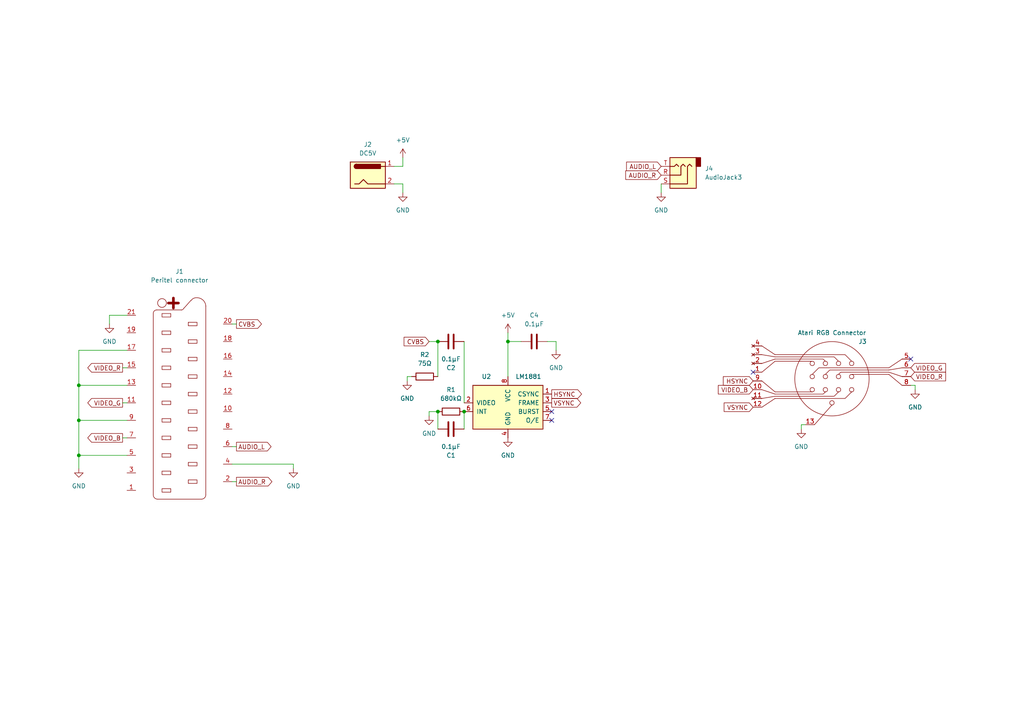
<source format=kicad_sch>
(kicad_sch (version 20230121) (generator eeschema)
  (paper "A4")
  (lib_symbols
    (symbol "Connector:Barrel_Jack" (pin_names (offset 1.016))
      (property "Reference" "J" (at 0 5.334 0))
      (property "Value" "Barrel_Jack" (at 0 -5.08 0))
      (symbol "Barrel_Jack_0_1"
        (rectangle (start -5.08 3.81) (end 5.08 -3.81) (stroke (width 0.254)) (fill (type background)))
        (arc (start -3.302 3.175) (mid -3.9343 2.54) (end -3.302 1.905) (stroke (width 0.254)))
        (arc (start -3.302 3.175) (mid -3.9343 2.54) (end -3.302 1.905) (stroke (width 0.254)) (fill (type outline)))
        (polyline (pts (xy 5.08 2.54) (xy 3.81 2.54)) (stroke (width 0.254)))
        (polyline (pts (xy -3.81 -2.54) (xy -2.54 -2.54) (xy -1.27 -1.27) (xy 0 -2.54) (xy 2.54 -2.54) (xy 5.08 -2.54)) (stroke (width 0.254)))
        (rectangle (start 3.683 3.175) (end -3.302 1.905) (stroke (width 0.254)) (fill (type outline)))
      )
      (symbol "Barrel_Jack_1_1"
        (pin passive line (at 7.62 2.54 180) (length 2.54) (name "~") (number "1"))
        (pin passive line (at 7.62 -2.54 180) (length 2.54) (name "~") (number "2"))
      )
    )
    (symbol "Connector:SCART-F" (pin_names (offset 0.762) hide)
      (property "Reference" "J" (at 0 31.75 0))
      (property "Value" "SCART-F" (at 1.016 -29.21 0))
      (symbol "SCART-F_0_1"
        (arc (start -7.62 -26.67) (mid -7.248 -27.568) (end -6.35 -27.94))
        (arc (start -6.604 26.9494) (mid -7.3224 26.6518) (end -7.62 25.9334))
        (rectangle (start -5.08 -24.892) (end -2.54 -25.908))
        (rectangle (start -5.08 -19.812) (end -2.54 -20.828))
        (rectangle (start -5.08 -14.732) (end -2.54 -15.748))
        (rectangle (start -5.08 -9.652) (end -2.54 -10.668))
        (rectangle (start -5.08 -4.572) (end -2.54 -5.588))
        (rectangle (start -5.08 0.508) (end -2.54 -0.508))
        (rectangle (start -5.08 5.588) (end -2.54 4.572))
        (rectangle (start -5.08 10.668) (end -2.54 9.652))
        (rectangle (start -5.08 15.748) (end -2.54 14.732))
        (rectangle (start -5.08 20.828) (end -2.54 19.812))
        (rectangle (start -5.08 25.908) (end -2.54 24.892))
        (circle (center -5.08 28.956) (radius 1.27))
        (polyline (pts (xy -7.62 22.86) (xy -7.62 -26.67)))
        (polyline (pts (xy -7.62 22.86) (xy -7.62 24.13)))
        (polyline (pts (xy -7.62 24.6634) (xy -7.62 24.13)))
        (polyline (pts (xy -7.62 24.6634) (xy -7.62 25.9334)))
        (polyline (pts (xy -6.604 26.9494) (xy 0.508 26.9494)))
        (polyline (pts (xy -6.35 -27.94) (xy 6.35 -27.94)))
        (polyline (pts (xy 3.302 29.718) (xy 1.27 27.432)))
        (polyline (pts (xy 4.826 30.48) (xy 5.08 30.48)))
        (polyline (pts (xy 7.62 -26.67) (xy 7.62 28.2194)))
        (arc (start 0.508 26.924) (mid 0.9569 27.0702) (end 1.2192 27.4574))
        (rectangle (start 2.54 -22.352) (end 5.08 -23.368))
        (rectangle (start 2.54 -17.272) (end 5.08 -18.288))
        (rectangle (start 2.54 -12.192) (end 5.08 -13.208))
        (rectangle (start 2.54 -7.112) (end 5.08 -8.128))
        (rectangle (start 2.54 -2.032) (end 5.08 -3.048))
        (rectangle (start 2.54 3.048) (end 5.08 2.032))
        (rectangle (start 2.54 8.128) (end 5.08 7.112))
        (rectangle (start 2.54 13.208) (end 5.08 12.192))
        (rectangle (start 2.54 18.288) (end 5.08 17.272))
        (rectangle (start 2.54 23.368) (end 5.08 22.352))
        (arc (start 4.826 30.48) (mid 3.999 30.2726) (end 3.3782 29.6926))
        (arc (start 6.35 -27.94) (mid 7.248 -27.568) (end 7.62 -26.67))
        (arc (start 7.62 27.94) (mid 6.8761 29.7361) (end 5.08 30.48))
        (text "+" (at -1.778 29.21 0) (effects (font (size 3.81 3.81) bold)))
      )
      (symbol "SCART-F_1_1"
        (pin passive line (at -15.24 -25.4 0) (length 2.54) (name "P1") (number "1"))
        (pin passive line (at 15.24 -2.54 180) (length 2.54) (name "P10") (number "10"))
        (pin passive line (at -15.24 0 0) (length 2.54) (name "P11") (number "11"))
        (pin passive line (at 15.24 2.54 180) (length 2.54) (name "P12") (number "12"))
        (pin passive line (at -15.24 5.08 0) (length 2.54) (name "P13") (number "13"))
        (pin passive line (at 15.24 7.62 180) (length 2.54) (name "P14") (number "14"))
        (pin passive line (at -15.24 10.16 0) (length 2.54) (name "P15") (number "15"))
        (pin passive line (at 15.24 12.7 180) (length 2.54) (name "P16") (number "16"))
        (pin passive line (at -15.24 15.24 0) (length 2.54) (name "P17") (number "17"))
        (pin passive line (at 15.24 17.78 180) (length 2.54) (name "P18") (number "18"))
        (pin passive line (at -15.24 20.32 0) (length 2.54) (name "P19") (number "19"))
        (pin passive line (at 15.24 -22.86 180) (length 2.54) (name "P2") (number "2"))
        (pin passive line (at 15.24 22.86 180) (length 2.54) (name "P20") (number "20"))
        (pin passive line (at -15.24 25.4 0) (length 2.54) (name "P21") (number "21"))
        (pin passive line (at -15.24 -20.32 0) (length 2.54) (name "P3") (number "3"))
        (pin passive line (at 15.24 -17.78 180) (length 2.54) (name "P4") (number "4"))
        (pin passive line (at -15.24 -15.24 0) (length 2.54) (name "P5") (number "5"))
        (pin passive line (at 15.24 -12.7 180) (length 2.54) (name "P6") (number "6"))
        (pin passive line (at -15.24 -10.16 0) (length 2.54) (name "P7") (number "7"))
        (pin passive line (at 15.24 -7.62 180) (length 2.54) (name "P8") (number "8"))
        (pin passive line (at -15.24 -5.08 0) (length 2.54) (name "P9") (number "9"))
      )
    )
    (symbol "Connector_Audio:AudioJack3"
      (property "Reference" "J" (at 0 8.89 0))
      (property "Value" "AudioJack3" (at 0 6.35 0))
      (symbol "AudioJack3_0_1"
        (rectangle (start -5.08 -5.08) (end -6.35 -2.54) (stroke (width 0.254)) (fill (type outline)))
        (polyline (pts (xy 0 -2.54) (xy 0.635 -3.175) (xy 1.27 -2.54) (xy 2.54 -2.54)) (stroke (width 0.254)))
        (polyline (pts (xy -1.905 -2.54) (xy -1.27 -3.175) (xy -0.635 -2.54) (xy -0.635 0) (xy 2.54 0)) (stroke (width 0.254)))
        (polyline (pts (xy 2.54 2.54) (xy -2.54 2.54) (xy -2.54 -2.54) (xy -3.175 -3.175) (xy -3.81 -2.54)) (stroke (width 0.254)))
        (rectangle (start 2.54 3.81) (end -5.08 -5.08) (stroke (width 0.254)) (fill (type background)))
      )
      (symbol "AudioJack3_1_1"
        (pin passive line (at 5.08 0 180) (length 2.54) (name "~") (number "R"))
        (pin passive line (at 5.08 2.54 180) (length 2.54) (name "~") (number "S"))
        (pin passive line (at 5.08 -2.54 180) (length 2.54) (name "~") (number "T"))
      )
    )
    (symbol "Device:C" (pin_numbers hide) (pin_names (offset 0.254))
      (property "Reference" "C" (at 0.635 2.54 0))
      (property "Value" "C" (at 0.635 -2.54 0))
      (symbol "C_0_1"
        (polyline (pts (xy -2.032 -0.762) (xy 2.032 -0.762)) (stroke (width 0.508)))
        (polyline (pts (xy -2.032 0.762) (xy 2.032 0.762)) (stroke (width 0.508)))
      )
      (symbol "C_1_1"
        (pin passive line (at 0 3.81 270) (length 2.794) (name "~") (number "1"))
        (pin passive line (at 0 -3.81 90) (length 2.794) (name "~") (number "2"))
      )
    )
    (symbol "Device:R" (pin_numbers hide) (pin_names (offset 0))
      (property "Reference" "R" (at 2.032 0 90))
      (property "Value" "R" (at 0 0 90))
      (symbol "R_0_1"
        (rectangle (start -1.016 -2.54) (end 1.016 2.54) (stroke (width 0.254)))
      )
      (symbol "R_1_1"
        (pin passive line (at 0 3.81 270) (length 1.27) (name "~") (number "1"))
        (pin passive line (at 0 -3.81 90) (length 1.27) (name "~") (number "2"))
      )
    )
    (symbol "Video:LM1881" (pin_names (offset 1.016))
      (property "Reference" "U" (at -8.89 8.89 0))
      (property "Value" "LM1881" (at 6.35 8.89 0))
      (symbol "LM1881_0_1"
        (rectangle (start -10.16 7.62) (end 10.16 -5.08) (stroke (width 0.254)) (fill (type background)))
      )
      (symbol "LM1881_1_1"
        (pin output line (at 12.7 5.08 180) (length 2.54) (name "CSYNC") (number "1"))
        (pin input line (at -12.7 2.54 0) (length 2.54) (name "VIDEO") (number "2"))
        (pin output line (at 12.7 2.54 180) (length 2.54) (name "FRAME") (number "3"))
        (pin power_in line (at 0 -7.62 90) (length 2.54) (name "GND") (number "4"))
        (pin output line (at 12.7 0 180) (length 2.54) (name "BURST") (number "5"))
        (pin input line (at -12.7 0 0) (length 2.54) (name "INT") (number "6"))
        (pin output line (at 12.7 -2.54 180) (length 2.54) (name "O/E") (number "7"))
        (pin power_in line (at 0 10.16 270) (length 2.54) (name "VCC") (number "8"))
      )
    )
    (symbol "power:+5V" (power) (pin_names (offset 0))
      (property "Value" "+5V" (at 0 3.556 0))
      (symbol "+5V_0_1"
        (polyline (pts (xy -0.762 1.27) (xy 0 2.54)))
        (polyline (pts (xy 0 0) (xy 0 2.54)))
        (polyline (pts (xy 0 2.54) (xy 0.762 1.27)))
      )
      (symbol "+5V_1_1"
        (pin power_in line (at 0 0 90) (length 0) hide (name "+5V") (number "1"))
      )
    )
    (symbol "power:GND" (power) (pin_names (offset 0))
      (property "Value" "GND" (at 0 -3.81 0))
      (symbol "GND_0_1"
        (polyline (pts (xy 0 0) (xy 0 -1.27) (xy 1.27 -1.27) (xy 0 -2.54) (xy -1.27 -1.27) (xy 0 -1.27)))
      )
      (symbol "GND_1_1"
        (pin power_in line (at 0 0 270) (length 0) hide (name "GND") (number "1"))
      )
    )
    (symbol "sc1224-scart:DIN-13"
      (property "Reference" "U" (at 0 -14.605 0))
      (property "Value" "DIN-13" (at 0 -12.7 0))
      (symbol "DIN-13_0_1"
        (circle (center -5.715 -5.08) (radius 0.635))
        (circle (center -5.715 -1.27) (radius 0.635))
        (circle (center -5.715 2.54) (radius 0.635))
        (circle (center -1.905 -5.08) (radius 0.635))
        (circle (center -1.905 -1.27) (radius 0.635))
        (circle (center -1.905 2.54) (radius 0.635))
        (circle (center 0 -0.635) (radius 10.7763))
        (polyline (pts (xy -20.32 -3.81) (xy -16.51 -3.175)))
        (polyline (pts (xy -20.32 -1.27) (xy -16.51 -2.54)))
        (polyline (pts (xy -20.32 1.27) (xy -16.51 -1.905)))
        (polyline (pts (xy -16.51 -3.81) (xy -20.32 -6.35)))
        (polyline (pts (xy -5.715 -1.905) (xy -16.51 -1.905)))
        (polyline (pts (xy 5.08 12.7) (xy 0 6.985)))
        (polyline (pts (xy 5.715 -5.715) (xy 16.51 -5.715)))
        (polyline (pts (xy 5.715 3.175) (xy 16.51 3.175)))
        (polyline (pts (xy 16.51 -7.62) (xy 20.32 -10.16)))
        (polyline (pts (xy 16.51 5.08) (xy 20.32 7.62)))
        (polyline (pts (xy 20.32 -7.62) (xy 16.51 -6.985)))
        (polyline (pts (xy 20.32 -5.08) (xy 16.51 -6.35)))
        (polyline (pts (xy 20.32 -2.54) (xy 16.51 -5.715)))
        (polyline (pts (xy 20.32 0) (xy 16.51 3.175)))
        (polyline (pts (xy 20.32 2.54) (xy 16.51 3.81)))
        (polyline (pts (xy 20.32 5.08) (xy 16.51 4.445)))
        (polyline (pts (xy -5.715 -5.715) (xy -3.81 -7.62) (xy 16.51 -7.62)))
        (polyline (pts (xy -5.715 3.175) (xy -3.81 5.08) (xy 16.51 5.08)))
        (polyline (pts (xy -1.905 -5.715) (xy -0.635 -6.985) (xy 16.51 -6.985)))
        (polyline (pts (xy -1.905 -1.905) (xy -2.54 -2.54) (xy -16.51 -2.54)))
        (polyline (pts (xy -1.905 3.175) (xy -0.635 4.445) (xy 16.51 4.445)))
        (polyline (pts (xy 1.905 -5.715) (xy 2.54 -6.35) (xy 16.51 -6.35)))
        (polyline (pts (xy 1.905 -1.905) (xy 0.635 -3.175) (xy -16.51 -3.175)))
        (polyline (pts (xy 1.905 3.175) (xy 2.54 3.81) (xy 16.51 3.81)))
        (polyline (pts (xy 5.715 -1.905) (xy 3.81 -3.81) (xy -16.51 -3.81)))
        (circle (center 0 6.35) (radius 0.635))
        (circle (center 1.905 -5.08) (radius 0.635))
        (circle (center 1.905 -1.27) (radius 0.635))
        (circle (center 1.905 2.54) (radius 0.635))
        (circle (center 5.715 -5.08) (radius 0.635))
        (circle (center 5.715 -1.27) (radius 0.635))
        (circle (center 5.715 2.54) (radius 0.635))
      )
      (symbol "DIN-13_1_1"
        (pin input line (at 22.86 -2.54 180) (length 2.54) (name "") (number "1"))
        (pin input line (at 22.86 2.54 180) (length 2.54) (name "") (number "10"))
        (pin no_connect line (at 22.86 5.08 180) (length 2.54) (name "") (number "11"))
        (pin input line (at 22.86 7.62 180) (length 2.54) (name "") (number "12"))
        (pin power_in line (at 7.62 12.7 180) (length 2.54) (name "") (number "13"))
        (pin no_connect line (at 22.86 -5.08 180) (length 2.54) (name "") (number "2"))
        (pin no_connect line (at 22.86 -7.62 180) (length 2.54) (name "") (number "3"))
        (pin no_connect line (at 22.86 -10.16 180) (length 2.54) (name "") (number "4"))
        (pin power_in line (at -22.86 -6.35 0) (length 2.54) (name "") (number "5"))
        (pin input line (at -22.86 -3.81 0) (length 2.54) (name "") (number "6"))
        (pin input line (at -22.86 -1.27 0) (length 2.54) (name "") (number "7"))
        (pin power_in line (at -22.86 1.27 0) (length 2.54) (name "") (number "8"))
        (pin input line (at 22.86 0 180) (length 2.54) (name "") (number "9"))
      )
    )
  )
  (junction (at 134.62 119.38))
  (junction (at 127 99.06))
  (junction (at 22.86 121.92))
  (junction (at 22.86 111.76))
  (junction (at 22.86 132.08))
  (junction (at 147.32 99.06))
  (junction (at 127 119.38))
  (no_connect (at 218.44 107.95))
  (no_connect (at 160.02 121.92))
  (no_connect (at 264.16 104.14))
  (no_connect (at 160.02 119.38))
  (wire (pts (xy 31.75 93.98) (xy 31.75 91.44)))
  (wire (pts (xy 114.3 53.34) (xy 116.84 53.34)))
  (wire (pts (xy 22.86 111.76) (xy 22.86 121.92)))
  (wire (pts (xy 22.86 121.92) (xy 36.83 121.92)))
  (wire (pts (xy 124.46 119.38) (xy 127 119.38)))
  (wire (pts (xy 147.32 99.06) (xy 147.32 109.22)))
  (wire (pts (xy 232.41 124.46) (xy 232.41 123.19)))
  (wire (pts (xy 85.09 134.62) (xy 67.31 134.62)))
  (wire (pts (xy 161.29 99.06) (xy 161.29 101.6)))
  (wire (pts (xy 68.58 129.54) (xy 67.31 129.54)))
  (wire (pts (xy 151.13 99.06) (xy 147.32 99.06)))
  (wire (pts (xy 22.86 132.08) (xy 22.86 135.89)))
  (wire (pts (xy 147.32 96.52) (xy 147.32 99.06)))
  (wire (pts (xy 35.56 127) (xy 36.83 127)))
  (wire (pts (xy 68.58 139.7) (xy 67.31 139.7)))
  (wire (pts (xy 31.75 91.44) (xy 36.83 91.44)))
  (wire (pts (xy 265.43 111.76) (xy 264.16 111.76)))
  (wire (pts (xy 134.62 99.06) (xy 134.62 116.84)))
  (wire (pts (xy 22.86 121.92) (xy 22.86 132.08)))
  (wire (pts (xy 35.56 116.84) (xy 36.83 116.84)))
  (wire (pts (xy 134.62 119.38) (xy 134.62 124.46)))
  (wire (pts (xy 124.46 99.06) (xy 127 99.06)))
  (wire (pts (xy 127 119.38) (xy 127 124.46)))
  (wire (pts (xy 265.43 111.76) (xy 265.43 113.03)))
  (wire (pts (xy 116.84 48.26) (xy 116.84 45.72)))
  (wire (pts (xy 118.11 110.49) (xy 118.11 109.22)))
  (wire (pts (xy 68.58 93.98) (xy 67.31 93.98)))
  (wire (pts (xy 22.86 132.08) (xy 36.83 132.08)))
  (wire (pts (xy 22.86 111.76) (xy 36.83 111.76)))
  (wire (pts (xy 22.86 101.6) (xy 36.83 101.6)))
  (wire (pts (xy 191.77 55.88) (xy 191.77 53.34)))
  (wire (pts (xy 232.41 123.19) (xy 233.68 123.19)))
  (wire (pts (xy 124.46 120.65) (xy 124.46 119.38)))
  (wire (pts (xy 35.56 106.68) (xy 36.83 106.68)))
  (wire (pts (xy 85.09 135.89) (xy 85.09 134.62)))
  (wire (pts (xy 116.84 53.34) (xy 116.84 55.88)))
  (wire (pts (xy 127 99.06) (xy 127 109.22)))
  (wire (pts (xy 118.11 109.22) (xy 119.38 109.22)))
  (wire (pts (xy 161.29 99.06) (xy 158.75 99.06)))
  (wire (pts (xy 22.86 101.6) (xy 22.86 111.76)))
  (wire (pts (xy 114.3 48.26) (xy 116.84 48.26)))
  (global_label "VIDEO_R" (shape output) (at 35.56 106.68 180) (property "Intersheetrefs" "${INTERSHEET_REFS}" (effects hide)))
  (global_label "CVBS" (shape input) (at 124.46 99.06 180) (property "Intersheetrefs" "${INTERSHEET_REFS}" (effects hide)))
  (global_label "CVBS" (shape output) (at 68.58 93.98 0) (property "Intersheetrefs" "${INTERSHEET_REFS}" (effects hide)))
  (global_label "VIDEO_G" (shape output) (at 35.56 116.84 180) (property "Intersheetrefs" "${INTERSHEET_REFS}" (effects hide)))
  (global_label "VIDEO_G" (shape input) (at 264.16 106.68 0) (property "Intersheetrefs" "${INTERSHEET_REFS}" (effects hide)))
  (global_label "HSYNC" (shape output) (at 160.02 114.3 0) (property "Intersheetrefs" "${INTERSHEET_REFS}" (effects hide)))
  (global_label "AUDIO_R" (shape input) (at 191.77 50.8 180) (property "Intersheetrefs" "${INTERSHEET_REFS}" (effects hide)))
  (global_label "VSYNC" (shape input) (at 218.44 118.11 180) (property "Intersheetrefs" "${INTERSHEET_REFS}" (effects hide)))
  (global_label "AUDIO_R" (shape output) (at 68.58 139.7 0) (property "Intersheetrefs" "${INTERSHEET_REFS}" (effects hide)))
  (global_label "VIDEO_B" (shape input) (at 218.44 113.03 180) (property "Intersheetrefs" "${INTERSHEET_REFS}" (effects hide)))
  (global_label "AUDIO_L" (shape input) (at 191.77 48.26 180) (property "Intersheetrefs" "${INTERSHEET_REFS}" (effects hide)))
  (global_label "VIDEO_R" (shape input) (at 264.16 109.22 0) (property "Intersheetrefs" "${INTERSHEET_REFS}" (effects hide)))
  (global_label "VSYNC" (shape output) (at 160.02 116.84 0) (property "Intersheetrefs" "${INTERSHEET_REFS}" (effects hide)))
  (global_label "VIDEO_B" (shape output) (at 35.56 127 180) (property "Intersheetrefs" "${INTERSHEET_REFS}" (effects hide)))
  (global_label "AUDIO_L" (shape output) (at 68.58 129.54 0) (property "Intersheetrefs" "${INTERSHEET_REFS}" (effects hide)))
  (global_label "HSYNC" (shape input) (at 218.44 110.49 180) (property "Intersheetrefs" "${INTERSHEET_REFS}" (effects hide)))
  (symbol (lib_id "Device:C") (at 130.81 99.06 90) (unit 1)
    (property "Reference" "C2" (at 130.81 106.68 90))
    (property "Value" "0.1µF" (at 130.81 104.14 90))
    (property "Footprint" "Capacitor_THT:C_Disc_D3.0mm_W1.6mm_P2.50mm" (effects hide))
  )
  (symbol (lib_id "Device:C") (at 130.81 124.46 90) (unit 1)
    (property "Reference" "C1" (at 130.81 132.08 90))
    (property "Value" "0.1µF" (at 130.81 129.54 90))
    (property "Footprint" "Capacitor_THT:C_Disc_D3.0mm_W1.6mm_P2.50mm" (effects hide))
  )
  (symbol (lib_id "power:GND") (at 85.09 135.89 0) (unit 1)
    (property "Reference" "#PWR013" (effects hide))
    (property "Value" "GND" (at 85.09 140.97 0))
  )
  (symbol (lib_id "Device:R") (at 130.81 119.38 90) (unit 1)
    (property "Reference" "R1" (at 130.81 113.03 90))
    (property "Value" "680kΩ" (at 130.81 115.57 90))
    (property "Footprint" "Resistor_THT:R_Axial_DIN0204_L3.6mm_D1.6mm_P5.08mm_Horizontal" (effects hide))
  )
  (symbol (lib_id "power:GND") (at 31.75 93.98 0) (unit 1)
    (property "Reference" "#PWR014" (effects hide))
    (property "Value" "GND" (at 31.75 99.06 0))
  )
  (symbol (lib_id "power:GND") (at 116.84 55.88 0) (unit 1)
    (property "Reference" "#PWR015" (effects hide))
    (property "Value" "GND" (at 116.84 60.96 0))
  )
  (symbol (lib_id "Device:R") (at 123.19 109.22 90) (unit 1)
    (property "Reference" "R2" (at 123.19 102.87 90))
    (property "Value" "75Ω" (at 123.19 105.41 90))
    (property "Footprint" "Resistor_THT:R_Axial_DIN0204_L3.6mm_D1.6mm_P5.08mm_Horizontal" (effects hide))
  )
  (symbol (lib_id "Device:C") (at 154.94 99.06 90) (unit 1)
    (property "Reference" "C4" (at 154.94 91.44 90))
    (property "Value" "0.1µF" (at 154.94 93.98 90))
    (property "Footprint" "Capacitor_THT:C_Disc_D3.0mm_W1.6mm_P2.50mm" (effects hide))
  )
  (symbol (lib_id "Connector:Barrel_Jack") (at 106.68 50.8 0) (unit 1)
    (property "Reference" "J2" (at 106.68 41.91 0))
    (property "Value" "DC5V" (at 106.68 44.45 0))
    (property "Footprint" "Connector_BarrelJack:BarrelJack_Wuerth_6941xx301002" (effects hide))
  )
  (symbol (lib_id "power:GND") (at 147.32 127 0) (unit 1)
    (property "Reference" "#PWR09" (effects hide))
    (property "Value" "GND" (at 147.32 132.08 0))
  )
  (symbol (lib_id "Connector_Audio:AudioJack3") (at 196.85 50.8 180) (unit 1)
    (property "Reference" "J4" (at 204.47 48.895 0) (effects (justify right)))
    (property "Value" "AudioJack3" (at 204.47 51.435 0) (effects (justify right)))
    (property "Footprint" "Connector_Audio:Jack_3.5mm_CUI_SJ1-3523N_Horizontal" (effects hide))
  )
  (symbol (lib_id "power:+5V") (at 147.32 96.52 0) (unit 1)
    (property "Reference" "#PWR06" (effects hide))
    (property "Value" "+5V" (at 147.32 91.44 0))
  )
  (symbol (lib_id "power:GND") (at 161.29 101.6 0) (unit 1)
    (property "Reference" "#PWR08" (effects hide))
    (property "Value" "GND" (at 161.29 106.68 0))
  )
  (symbol (lib_id "power:GND") (at 265.43 113.03 0) (unit 1)
    (property "Reference" "#PWR02" (effects hide))
    (property "Value" "GND" (at 265.43 118.11 0))
  )
  (symbol (lib_id "power:GND") (at 118.11 110.49 0) (unit 1)
    (property "Reference" "#PWR011" (effects hide))
    (property "Value" "GND" (at 118.11 115.57 0))
  )
  (symbol (lib_id "Video:LM1881") (at 147.32 119.38 0) (unit 1)
    (property "Reference" "U2" (at 139.7 109.22 0) (effects (justify left)))
    (property "Value" "LM1881" (at 149.5141 109.22 0) (effects (justify left)))
    (property "Footprint" "Package_SO:SOIC-8_3.9x4.9mm_P1.27mm" (effects hide))
  )
  (symbol (lib_id "Connector:SCART-F") (at 52.07 116.84 0) (unit 1)
    (property "Reference" "J1" (at 52.07 78.74 0))
    (property "Value" "Peritel connector" (at 52.07 81.28 0))
    (property "Footprint" "sc1224-scart:SCART" (effects hide))
    (property "Datasheet" " ~" (effects hide))
  )
  (symbol (lib_id "power:GND") (at 124.46 120.65 0) (unit 1)
    (property "Reference" "#PWR010" (effects hide))
    (property "Value" "GND" (at 124.46 125.73 0))
  )
  (symbol (lib_id "sc1224-scart:DIN-13") (at 241.3 110.49 180) (unit 1)
    (property "Reference" "J3" (at 250.19 99.06 0))
    (property "Value" "Atari RGB Connector" (at 241.3 96.52 0))
    (property "Footprint" "sc1224-scart:DIN-13" (effects hide))
  )
  (symbol (lib_id "power:GND") (at 232.41 124.46 0) (unit 1)
    (property "Reference" "#PWR01" (effects hide))
    (property "Value" "GND" (at 232.41 129.54 0))
  )
  (symbol (lib_id "power:+5V") (at 116.84 45.72 0) (unit 1)
    (property "Reference" "#PWR03" (effects hide))
    (property "Value" "+5V" (at 116.84 40.64 0))
  )
  (symbol (lib_id "power:GND") (at 191.77 55.88 0) (unit 1)
    (property "Reference" "#PWR016" (effects hide))
    (property "Value" "GND" (at 191.77 60.96 0))
  )
  (symbol (lib_id "power:GND") (at 22.86 135.89 0) (unit 1)
    (property "Reference" "#PWR012" (effects hide))
    (property "Value" "GND" (at 22.86 140.97 0))
  )
)
</source>
